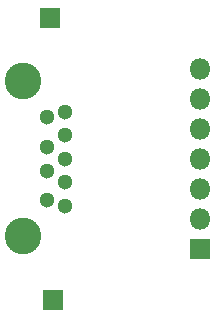
<source format=gbr>
%TF.GenerationSoftware,KiCad,Pcbnew,5.1.6+dfsg1-1*%
%TF.CreationDate,2021-09-27T21:48:19-05:00*%
%TF.ProjectId,USB-BREAKOUT,5553422d-4252-4454-914b-4f55542e6b69,rev?*%
%TF.SameCoordinates,Original*%
%TF.FileFunction,Soldermask,Bot*%
%TF.FilePolarity,Negative*%
%FSLAX46Y46*%
G04 Gerber Fmt 4.6, Leading zero omitted, Abs format (unit mm)*
G04 Created by KiCad (PCBNEW 5.1.6+dfsg1-1) date 2021-09-27 21:48:19*
%MOMM*%
%LPD*%
G01*
G04 APERTURE LIST*
%ADD10C,3.100000*%
%ADD11C,1.300000*%
%ADD12R,1.800000X1.800000*%
%ADD13O,1.800000X1.800000*%
G04 APERTURE END LIST*
D10*
%TO.C,J1*%
X86416000Y-69816000D03*
X86416000Y-56676000D03*
D11*
X89916000Y-59246000D03*
X89916000Y-61246000D03*
X89916000Y-63246000D03*
X89916000Y-65246000D03*
X89916000Y-67246000D03*
X88416000Y-66746000D03*
X88416000Y-64246000D03*
X88416000Y-62246000D03*
X88416000Y-59746000D03*
%TD*%
D12*
%TO.C,J3*%
X88646000Y-51308000D03*
%TD*%
%TO.C,J4*%
X88900000Y-75184000D03*
%TD*%
D13*
%TO.C,J2*%
X101346000Y-55626000D03*
X101346000Y-58166000D03*
X101346000Y-60706000D03*
X101346000Y-63246000D03*
X101346000Y-65786000D03*
X101346000Y-68326000D03*
D12*
X101346000Y-70866000D03*
%TD*%
M02*

</source>
